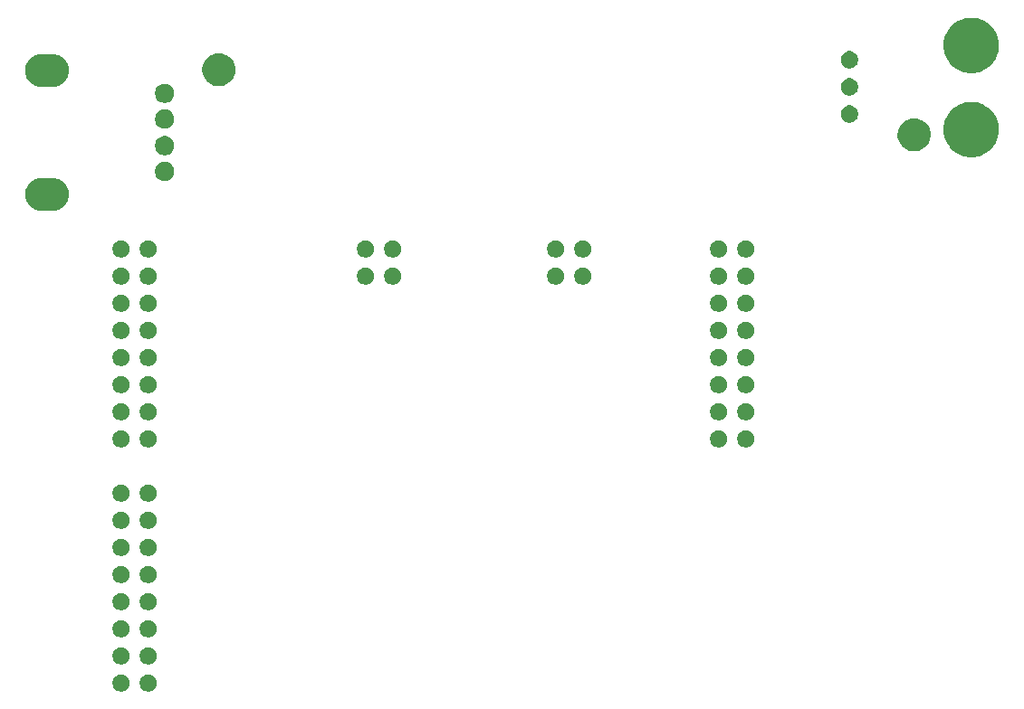
<source format=gbr>
G04 #@! TF.GenerationSoftware,KiCad,Pcbnew,(5.0.2)-1*
G04 #@! TF.CreationDate,2020-01-11T13:29:28-06:00*
G04 #@! TF.ProjectId,TM4C129 Breakout Tester,544d3443-3132-4392-9042-7265616b6f75,rev?*
G04 #@! TF.SameCoordinates,Original*
G04 #@! TF.FileFunction,Soldermask,Bot*
G04 #@! TF.FilePolarity,Negative*
%FSLAX46Y46*%
G04 Gerber Fmt 4.6, Leading zero omitted, Abs format (unit mm)*
G04 Created by KiCad (PCBNEW (5.0.2)-1) date 1/11/2020 1:29:28 PM*
%MOMM*%
%LPD*%
G01*
G04 APERTURE LIST*
%ADD10C,0.100000*%
G04 APERTURE END LIST*
D10*
G36*
X87105142Y-115042242D02*
X87253102Y-115103530D01*
X87386258Y-115192502D01*
X87499498Y-115305742D01*
X87588470Y-115438898D01*
X87649758Y-115586858D01*
X87681000Y-115743925D01*
X87681000Y-115904075D01*
X87649758Y-116061142D01*
X87588470Y-116209102D01*
X87499498Y-116342258D01*
X87386258Y-116455498D01*
X87253102Y-116544470D01*
X87105142Y-116605758D01*
X86948075Y-116637000D01*
X86787925Y-116637000D01*
X86630858Y-116605758D01*
X86482898Y-116544470D01*
X86349742Y-116455498D01*
X86236502Y-116342258D01*
X86147530Y-116209102D01*
X86086242Y-116061142D01*
X86055000Y-115904075D01*
X86055000Y-115743925D01*
X86086242Y-115586858D01*
X86147530Y-115438898D01*
X86236502Y-115305742D01*
X86349742Y-115192502D01*
X86482898Y-115103530D01*
X86630858Y-115042242D01*
X86787925Y-115011000D01*
X86948075Y-115011000D01*
X87105142Y-115042242D01*
X87105142Y-115042242D01*
G37*
G36*
X84565142Y-115042242D02*
X84713102Y-115103530D01*
X84846258Y-115192502D01*
X84959498Y-115305742D01*
X85048470Y-115438898D01*
X85109758Y-115586858D01*
X85141000Y-115743925D01*
X85141000Y-115904075D01*
X85109758Y-116061142D01*
X85048470Y-116209102D01*
X84959498Y-116342258D01*
X84846258Y-116455498D01*
X84713102Y-116544470D01*
X84565142Y-116605758D01*
X84408075Y-116637000D01*
X84247925Y-116637000D01*
X84090858Y-116605758D01*
X83942898Y-116544470D01*
X83809742Y-116455498D01*
X83696502Y-116342258D01*
X83607530Y-116209102D01*
X83546242Y-116061142D01*
X83515000Y-115904075D01*
X83515000Y-115743925D01*
X83546242Y-115586858D01*
X83607530Y-115438898D01*
X83696502Y-115305742D01*
X83809742Y-115192502D01*
X83942898Y-115103530D01*
X84090858Y-115042242D01*
X84247925Y-115011000D01*
X84408075Y-115011000D01*
X84565142Y-115042242D01*
X84565142Y-115042242D01*
G37*
G36*
X87105142Y-112502242D02*
X87253102Y-112563530D01*
X87386258Y-112652502D01*
X87499498Y-112765742D01*
X87588470Y-112898898D01*
X87649758Y-113046858D01*
X87681000Y-113203925D01*
X87681000Y-113364075D01*
X87649758Y-113521142D01*
X87588470Y-113669102D01*
X87499498Y-113802258D01*
X87386258Y-113915498D01*
X87253102Y-114004470D01*
X87105142Y-114065758D01*
X86948075Y-114097000D01*
X86787925Y-114097000D01*
X86630858Y-114065758D01*
X86482898Y-114004470D01*
X86349742Y-113915498D01*
X86236502Y-113802258D01*
X86147530Y-113669102D01*
X86086242Y-113521142D01*
X86055000Y-113364075D01*
X86055000Y-113203925D01*
X86086242Y-113046858D01*
X86147530Y-112898898D01*
X86236502Y-112765742D01*
X86349742Y-112652502D01*
X86482898Y-112563530D01*
X86630858Y-112502242D01*
X86787925Y-112471000D01*
X86948075Y-112471000D01*
X87105142Y-112502242D01*
X87105142Y-112502242D01*
G37*
G36*
X84565142Y-112502242D02*
X84713102Y-112563530D01*
X84846258Y-112652502D01*
X84959498Y-112765742D01*
X85048470Y-112898898D01*
X85109758Y-113046858D01*
X85141000Y-113203925D01*
X85141000Y-113364075D01*
X85109758Y-113521142D01*
X85048470Y-113669102D01*
X84959498Y-113802258D01*
X84846258Y-113915498D01*
X84713102Y-114004470D01*
X84565142Y-114065758D01*
X84408075Y-114097000D01*
X84247925Y-114097000D01*
X84090858Y-114065758D01*
X83942898Y-114004470D01*
X83809742Y-113915498D01*
X83696502Y-113802258D01*
X83607530Y-113669102D01*
X83546242Y-113521142D01*
X83515000Y-113364075D01*
X83515000Y-113203925D01*
X83546242Y-113046858D01*
X83607530Y-112898898D01*
X83696502Y-112765742D01*
X83809742Y-112652502D01*
X83942898Y-112563530D01*
X84090858Y-112502242D01*
X84247925Y-112471000D01*
X84408075Y-112471000D01*
X84565142Y-112502242D01*
X84565142Y-112502242D01*
G37*
G36*
X84565142Y-109962242D02*
X84713102Y-110023530D01*
X84846258Y-110112502D01*
X84959498Y-110225742D01*
X85048470Y-110358898D01*
X85109758Y-110506858D01*
X85141000Y-110663925D01*
X85141000Y-110824075D01*
X85109758Y-110981142D01*
X85048470Y-111129102D01*
X84959498Y-111262258D01*
X84846258Y-111375498D01*
X84713102Y-111464470D01*
X84565142Y-111525758D01*
X84408075Y-111557000D01*
X84247925Y-111557000D01*
X84090858Y-111525758D01*
X83942898Y-111464470D01*
X83809742Y-111375498D01*
X83696502Y-111262258D01*
X83607530Y-111129102D01*
X83546242Y-110981142D01*
X83515000Y-110824075D01*
X83515000Y-110663925D01*
X83546242Y-110506858D01*
X83607530Y-110358898D01*
X83696502Y-110225742D01*
X83809742Y-110112502D01*
X83942898Y-110023530D01*
X84090858Y-109962242D01*
X84247925Y-109931000D01*
X84408075Y-109931000D01*
X84565142Y-109962242D01*
X84565142Y-109962242D01*
G37*
G36*
X87105142Y-109962242D02*
X87253102Y-110023530D01*
X87386258Y-110112502D01*
X87499498Y-110225742D01*
X87588470Y-110358898D01*
X87649758Y-110506858D01*
X87681000Y-110663925D01*
X87681000Y-110824075D01*
X87649758Y-110981142D01*
X87588470Y-111129102D01*
X87499498Y-111262258D01*
X87386258Y-111375498D01*
X87253102Y-111464470D01*
X87105142Y-111525758D01*
X86948075Y-111557000D01*
X86787925Y-111557000D01*
X86630858Y-111525758D01*
X86482898Y-111464470D01*
X86349742Y-111375498D01*
X86236502Y-111262258D01*
X86147530Y-111129102D01*
X86086242Y-110981142D01*
X86055000Y-110824075D01*
X86055000Y-110663925D01*
X86086242Y-110506858D01*
X86147530Y-110358898D01*
X86236502Y-110225742D01*
X86349742Y-110112502D01*
X86482898Y-110023530D01*
X86630858Y-109962242D01*
X86787925Y-109931000D01*
X86948075Y-109931000D01*
X87105142Y-109962242D01*
X87105142Y-109962242D01*
G37*
G36*
X84565142Y-107422242D02*
X84713102Y-107483530D01*
X84846258Y-107572502D01*
X84959498Y-107685742D01*
X85048470Y-107818898D01*
X85109758Y-107966858D01*
X85141000Y-108123925D01*
X85141000Y-108284075D01*
X85109758Y-108441142D01*
X85048470Y-108589102D01*
X84959498Y-108722258D01*
X84846258Y-108835498D01*
X84713102Y-108924470D01*
X84565142Y-108985758D01*
X84408075Y-109017000D01*
X84247925Y-109017000D01*
X84090858Y-108985758D01*
X83942898Y-108924470D01*
X83809742Y-108835498D01*
X83696502Y-108722258D01*
X83607530Y-108589102D01*
X83546242Y-108441142D01*
X83515000Y-108284075D01*
X83515000Y-108123925D01*
X83546242Y-107966858D01*
X83607530Y-107818898D01*
X83696502Y-107685742D01*
X83809742Y-107572502D01*
X83942898Y-107483530D01*
X84090858Y-107422242D01*
X84247925Y-107391000D01*
X84408075Y-107391000D01*
X84565142Y-107422242D01*
X84565142Y-107422242D01*
G37*
G36*
X87105142Y-107422242D02*
X87253102Y-107483530D01*
X87386258Y-107572502D01*
X87499498Y-107685742D01*
X87588470Y-107818898D01*
X87649758Y-107966858D01*
X87681000Y-108123925D01*
X87681000Y-108284075D01*
X87649758Y-108441142D01*
X87588470Y-108589102D01*
X87499498Y-108722258D01*
X87386258Y-108835498D01*
X87253102Y-108924470D01*
X87105142Y-108985758D01*
X86948075Y-109017000D01*
X86787925Y-109017000D01*
X86630858Y-108985758D01*
X86482898Y-108924470D01*
X86349742Y-108835498D01*
X86236502Y-108722258D01*
X86147530Y-108589102D01*
X86086242Y-108441142D01*
X86055000Y-108284075D01*
X86055000Y-108123925D01*
X86086242Y-107966858D01*
X86147530Y-107818898D01*
X86236502Y-107685742D01*
X86349742Y-107572502D01*
X86482898Y-107483530D01*
X86630858Y-107422242D01*
X86787925Y-107391000D01*
X86948075Y-107391000D01*
X87105142Y-107422242D01*
X87105142Y-107422242D01*
G37*
G36*
X84565142Y-104882242D02*
X84713102Y-104943530D01*
X84846258Y-105032502D01*
X84959498Y-105145742D01*
X85048470Y-105278898D01*
X85109758Y-105426858D01*
X85141000Y-105583925D01*
X85141000Y-105744075D01*
X85109758Y-105901142D01*
X85048470Y-106049102D01*
X84959498Y-106182258D01*
X84846258Y-106295498D01*
X84713102Y-106384470D01*
X84565142Y-106445758D01*
X84408075Y-106477000D01*
X84247925Y-106477000D01*
X84090858Y-106445758D01*
X83942898Y-106384470D01*
X83809742Y-106295498D01*
X83696502Y-106182258D01*
X83607530Y-106049102D01*
X83546242Y-105901142D01*
X83515000Y-105744075D01*
X83515000Y-105583925D01*
X83546242Y-105426858D01*
X83607530Y-105278898D01*
X83696502Y-105145742D01*
X83809742Y-105032502D01*
X83942898Y-104943530D01*
X84090858Y-104882242D01*
X84247925Y-104851000D01*
X84408075Y-104851000D01*
X84565142Y-104882242D01*
X84565142Y-104882242D01*
G37*
G36*
X87105142Y-104882242D02*
X87253102Y-104943530D01*
X87386258Y-105032502D01*
X87499498Y-105145742D01*
X87588470Y-105278898D01*
X87649758Y-105426858D01*
X87681000Y-105583925D01*
X87681000Y-105744075D01*
X87649758Y-105901142D01*
X87588470Y-106049102D01*
X87499498Y-106182258D01*
X87386258Y-106295498D01*
X87253102Y-106384470D01*
X87105142Y-106445758D01*
X86948075Y-106477000D01*
X86787925Y-106477000D01*
X86630858Y-106445758D01*
X86482898Y-106384470D01*
X86349742Y-106295498D01*
X86236502Y-106182258D01*
X86147530Y-106049102D01*
X86086242Y-105901142D01*
X86055000Y-105744075D01*
X86055000Y-105583925D01*
X86086242Y-105426858D01*
X86147530Y-105278898D01*
X86236502Y-105145742D01*
X86349742Y-105032502D01*
X86482898Y-104943530D01*
X86630858Y-104882242D01*
X86787925Y-104851000D01*
X86948075Y-104851000D01*
X87105142Y-104882242D01*
X87105142Y-104882242D01*
G37*
G36*
X84565142Y-102342242D02*
X84713102Y-102403530D01*
X84846258Y-102492502D01*
X84959498Y-102605742D01*
X85048470Y-102738898D01*
X85109758Y-102886858D01*
X85141000Y-103043925D01*
X85141000Y-103204075D01*
X85109758Y-103361142D01*
X85048470Y-103509102D01*
X84959498Y-103642258D01*
X84846258Y-103755498D01*
X84713102Y-103844470D01*
X84565142Y-103905758D01*
X84408075Y-103937000D01*
X84247925Y-103937000D01*
X84090858Y-103905758D01*
X83942898Y-103844470D01*
X83809742Y-103755498D01*
X83696502Y-103642258D01*
X83607530Y-103509102D01*
X83546242Y-103361142D01*
X83515000Y-103204075D01*
X83515000Y-103043925D01*
X83546242Y-102886858D01*
X83607530Y-102738898D01*
X83696502Y-102605742D01*
X83809742Y-102492502D01*
X83942898Y-102403530D01*
X84090858Y-102342242D01*
X84247925Y-102311000D01*
X84408075Y-102311000D01*
X84565142Y-102342242D01*
X84565142Y-102342242D01*
G37*
G36*
X87105142Y-102342242D02*
X87253102Y-102403530D01*
X87386258Y-102492502D01*
X87499498Y-102605742D01*
X87588470Y-102738898D01*
X87649758Y-102886858D01*
X87681000Y-103043925D01*
X87681000Y-103204075D01*
X87649758Y-103361142D01*
X87588470Y-103509102D01*
X87499498Y-103642258D01*
X87386258Y-103755498D01*
X87253102Y-103844470D01*
X87105142Y-103905758D01*
X86948075Y-103937000D01*
X86787925Y-103937000D01*
X86630858Y-103905758D01*
X86482898Y-103844470D01*
X86349742Y-103755498D01*
X86236502Y-103642258D01*
X86147530Y-103509102D01*
X86086242Y-103361142D01*
X86055000Y-103204075D01*
X86055000Y-103043925D01*
X86086242Y-102886858D01*
X86147530Y-102738898D01*
X86236502Y-102605742D01*
X86349742Y-102492502D01*
X86482898Y-102403530D01*
X86630858Y-102342242D01*
X86787925Y-102311000D01*
X86948075Y-102311000D01*
X87105142Y-102342242D01*
X87105142Y-102342242D01*
G37*
G36*
X87105142Y-99802242D02*
X87253102Y-99863530D01*
X87386258Y-99952502D01*
X87499498Y-100065742D01*
X87588470Y-100198898D01*
X87649758Y-100346858D01*
X87681000Y-100503925D01*
X87681000Y-100664075D01*
X87649758Y-100821142D01*
X87588470Y-100969102D01*
X87499498Y-101102258D01*
X87386258Y-101215498D01*
X87253102Y-101304470D01*
X87105142Y-101365758D01*
X86948075Y-101397000D01*
X86787925Y-101397000D01*
X86630858Y-101365758D01*
X86482898Y-101304470D01*
X86349742Y-101215498D01*
X86236502Y-101102258D01*
X86147530Y-100969102D01*
X86086242Y-100821142D01*
X86055000Y-100664075D01*
X86055000Y-100503925D01*
X86086242Y-100346858D01*
X86147530Y-100198898D01*
X86236502Y-100065742D01*
X86349742Y-99952502D01*
X86482898Y-99863530D01*
X86630858Y-99802242D01*
X86787925Y-99771000D01*
X86948075Y-99771000D01*
X87105142Y-99802242D01*
X87105142Y-99802242D01*
G37*
G36*
X84565142Y-99802242D02*
X84713102Y-99863530D01*
X84846258Y-99952502D01*
X84959498Y-100065742D01*
X85048470Y-100198898D01*
X85109758Y-100346858D01*
X85141000Y-100503925D01*
X85141000Y-100664075D01*
X85109758Y-100821142D01*
X85048470Y-100969102D01*
X84959498Y-101102258D01*
X84846258Y-101215498D01*
X84713102Y-101304470D01*
X84565142Y-101365758D01*
X84408075Y-101397000D01*
X84247925Y-101397000D01*
X84090858Y-101365758D01*
X83942898Y-101304470D01*
X83809742Y-101215498D01*
X83696502Y-101102258D01*
X83607530Y-100969102D01*
X83546242Y-100821142D01*
X83515000Y-100664075D01*
X83515000Y-100503925D01*
X83546242Y-100346858D01*
X83607530Y-100198898D01*
X83696502Y-100065742D01*
X83809742Y-99952502D01*
X83942898Y-99863530D01*
X84090858Y-99802242D01*
X84247925Y-99771000D01*
X84408075Y-99771000D01*
X84565142Y-99802242D01*
X84565142Y-99802242D01*
G37*
G36*
X87105142Y-97262242D02*
X87253102Y-97323530D01*
X87386258Y-97412502D01*
X87499498Y-97525742D01*
X87588470Y-97658898D01*
X87649758Y-97806858D01*
X87681000Y-97963925D01*
X87681000Y-98124075D01*
X87649758Y-98281142D01*
X87588470Y-98429102D01*
X87499498Y-98562258D01*
X87386258Y-98675498D01*
X87253102Y-98764470D01*
X87105142Y-98825758D01*
X86948075Y-98857000D01*
X86787925Y-98857000D01*
X86630858Y-98825758D01*
X86482898Y-98764470D01*
X86349742Y-98675498D01*
X86236502Y-98562258D01*
X86147530Y-98429102D01*
X86086242Y-98281142D01*
X86055000Y-98124075D01*
X86055000Y-97963925D01*
X86086242Y-97806858D01*
X86147530Y-97658898D01*
X86236502Y-97525742D01*
X86349742Y-97412502D01*
X86482898Y-97323530D01*
X86630858Y-97262242D01*
X86787925Y-97231000D01*
X86948075Y-97231000D01*
X87105142Y-97262242D01*
X87105142Y-97262242D01*
G37*
G36*
X84565142Y-97262242D02*
X84713102Y-97323530D01*
X84846258Y-97412502D01*
X84959498Y-97525742D01*
X85048470Y-97658898D01*
X85109758Y-97806858D01*
X85141000Y-97963925D01*
X85141000Y-98124075D01*
X85109758Y-98281142D01*
X85048470Y-98429102D01*
X84959498Y-98562258D01*
X84846258Y-98675498D01*
X84713102Y-98764470D01*
X84565142Y-98825758D01*
X84408075Y-98857000D01*
X84247925Y-98857000D01*
X84090858Y-98825758D01*
X83942898Y-98764470D01*
X83809742Y-98675498D01*
X83696502Y-98562258D01*
X83607530Y-98429102D01*
X83546242Y-98281142D01*
X83515000Y-98124075D01*
X83515000Y-97963925D01*
X83546242Y-97806858D01*
X83607530Y-97658898D01*
X83696502Y-97525742D01*
X83809742Y-97412502D01*
X83942898Y-97323530D01*
X84090858Y-97262242D01*
X84247925Y-97231000D01*
X84408075Y-97231000D01*
X84565142Y-97262242D01*
X84565142Y-97262242D01*
G37*
G36*
X87105142Y-92182242D02*
X87253102Y-92243530D01*
X87386258Y-92332502D01*
X87499498Y-92445742D01*
X87588470Y-92578898D01*
X87649758Y-92726858D01*
X87681000Y-92883925D01*
X87681000Y-93044075D01*
X87649758Y-93201142D01*
X87588470Y-93349102D01*
X87499498Y-93482258D01*
X87386258Y-93595498D01*
X87253102Y-93684470D01*
X87105142Y-93745758D01*
X86948075Y-93777000D01*
X86787925Y-93777000D01*
X86630858Y-93745758D01*
X86482898Y-93684470D01*
X86349742Y-93595498D01*
X86236502Y-93482258D01*
X86147530Y-93349102D01*
X86086242Y-93201142D01*
X86055000Y-93044075D01*
X86055000Y-92883925D01*
X86086242Y-92726858D01*
X86147530Y-92578898D01*
X86236502Y-92445742D01*
X86349742Y-92332502D01*
X86482898Y-92243530D01*
X86630858Y-92182242D01*
X86787925Y-92151000D01*
X86948075Y-92151000D01*
X87105142Y-92182242D01*
X87105142Y-92182242D01*
G37*
G36*
X84565142Y-92182242D02*
X84713102Y-92243530D01*
X84846258Y-92332502D01*
X84959498Y-92445742D01*
X85048470Y-92578898D01*
X85109758Y-92726858D01*
X85141000Y-92883925D01*
X85141000Y-93044075D01*
X85109758Y-93201142D01*
X85048470Y-93349102D01*
X84959498Y-93482258D01*
X84846258Y-93595498D01*
X84713102Y-93684470D01*
X84565142Y-93745758D01*
X84408075Y-93777000D01*
X84247925Y-93777000D01*
X84090858Y-93745758D01*
X83942898Y-93684470D01*
X83809742Y-93595498D01*
X83696502Y-93482258D01*
X83607530Y-93349102D01*
X83546242Y-93201142D01*
X83515000Y-93044075D01*
X83515000Y-92883925D01*
X83546242Y-92726858D01*
X83607530Y-92578898D01*
X83696502Y-92445742D01*
X83809742Y-92332502D01*
X83942898Y-92243530D01*
X84090858Y-92182242D01*
X84247925Y-92151000D01*
X84408075Y-92151000D01*
X84565142Y-92182242D01*
X84565142Y-92182242D01*
G37*
G36*
X142985142Y-92182242D02*
X143133102Y-92243530D01*
X143266258Y-92332502D01*
X143379498Y-92445742D01*
X143468470Y-92578898D01*
X143529758Y-92726858D01*
X143561000Y-92883925D01*
X143561000Y-93044075D01*
X143529758Y-93201142D01*
X143468470Y-93349102D01*
X143379498Y-93482258D01*
X143266258Y-93595498D01*
X143133102Y-93684470D01*
X142985142Y-93745758D01*
X142828075Y-93777000D01*
X142667925Y-93777000D01*
X142510858Y-93745758D01*
X142362898Y-93684470D01*
X142229742Y-93595498D01*
X142116502Y-93482258D01*
X142027530Y-93349102D01*
X141966242Y-93201142D01*
X141935000Y-93044075D01*
X141935000Y-92883925D01*
X141966242Y-92726858D01*
X142027530Y-92578898D01*
X142116502Y-92445742D01*
X142229742Y-92332502D01*
X142362898Y-92243530D01*
X142510858Y-92182242D01*
X142667925Y-92151000D01*
X142828075Y-92151000D01*
X142985142Y-92182242D01*
X142985142Y-92182242D01*
G37*
G36*
X140445142Y-92182242D02*
X140593102Y-92243530D01*
X140726258Y-92332502D01*
X140839498Y-92445742D01*
X140928470Y-92578898D01*
X140989758Y-92726858D01*
X141021000Y-92883925D01*
X141021000Y-93044075D01*
X140989758Y-93201142D01*
X140928470Y-93349102D01*
X140839498Y-93482258D01*
X140726258Y-93595498D01*
X140593102Y-93684470D01*
X140445142Y-93745758D01*
X140288075Y-93777000D01*
X140127925Y-93777000D01*
X139970858Y-93745758D01*
X139822898Y-93684470D01*
X139689742Y-93595498D01*
X139576502Y-93482258D01*
X139487530Y-93349102D01*
X139426242Y-93201142D01*
X139395000Y-93044075D01*
X139395000Y-92883925D01*
X139426242Y-92726858D01*
X139487530Y-92578898D01*
X139576502Y-92445742D01*
X139689742Y-92332502D01*
X139822898Y-92243530D01*
X139970858Y-92182242D01*
X140127925Y-92151000D01*
X140288075Y-92151000D01*
X140445142Y-92182242D01*
X140445142Y-92182242D01*
G37*
G36*
X140445142Y-89642242D02*
X140593102Y-89703530D01*
X140726258Y-89792502D01*
X140839498Y-89905742D01*
X140928470Y-90038898D01*
X140989758Y-90186858D01*
X141021000Y-90343925D01*
X141021000Y-90504075D01*
X140989758Y-90661142D01*
X140928470Y-90809102D01*
X140839498Y-90942258D01*
X140726258Y-91055498D01*
X140593102Y-91144470D01*
X140445142Y-91205758D01*
X140288075Y-91237000D01*
X140127925Y-91237000D01*
X139970858Y-91205758D01*
X139822898Y-91144470D01*
X139689742Y-91055498D01*
X139576502Y-90942258D01*
X139487530Y-90809102D01*
X139426242Y-90661142D01*
X139395000Y-90504075D01*
X139395000Y-90343925D01*
X139426242Y-90186858D01*
X139487530Y-90038898D01*
X139576502Y-89905742D01*
X139689742Y-89792502D01*
X139822898Y-89703530D01*
X139970858Y-89642242D01*
X140127925Y-89611000D01*
X140288075Y-89611000D01*
X140445142Y-89642242D01*
X140445142Y-89642242D01*
G37*
G36*
X84565142Y-89642242D02*
X84713102Y-89703530D01*
X84846258Y-89792502D01*
X84959498Y-89905742D01*
X85048470Y-90038898D01*
X85109758Y-90186858D01*
X85141000Y-90343925D01*
X85141000Y-90504075D01*
X85109758Y-90661142D01*
X85048470Y-90809102D01*
X84959498Y-90942258D01*
X84846258Y-91055498D01*
X84713102Y-91144470D01*
X84565142Y-91205758D01*
X84408075Y-91237000D01*
X84247925Y-91237000D01*
X84090858Y-91205758D01*
X83942898Y-91144470D01*
X83809742Y-91055498D01*
X83696502Y-90942258D01*
X83607530Y-90809102D01*
X83546242Y-90661142D01*
X83515000Y-90504075D01*
X83515000Y-90343925D01*
X83546242Y-90186858D01*
X83607530Y-90038898D01*
X83696502Y-89905742D01*
X83809742Y-89792502D01*
X83942898Y-89703530D01*
X84090858Y-89642242D01*
X84247925Y-89611000D01*
X84408075Y-89611000D01*
X84565142Y-89642242D01*
X84565142Y-89642242D01*
G37*
G36*
X87105142Y-89642242D02*
X87253102Y-89703530D01*
X87386258Y-89792502D01*
X87499498Y-89905742D01*
X87588470Y-90038898D01*
X87649758Y-90186858D01*
X87681000Y-90343925D01*
X87681000Y-90504075D01*
X87649758Y-90661142D01*
X87588470Y-90809102D01*
X87499498Y-90942258D01*
X87386258Y-91055498D01*
X87253102Y-91144470D01*
X87105142Y-91205758D01*
X86948075Y-91237000D01*
X86787925Y-91237000D01*
X86630858Y-91205758D01*
X86482898Y-91144470D01*
X86349742Y-91055498D01*
X86236502Y-90942258D01*
X86147530Y-90809102D01*
X86086242Y-90661142D01*
X86055000Y-90504075D01*
X86055000Y-90343925D01*
X86086242Y-90186858D01*
X86147530Y-90038898D01*
X86236502Y-89905742D01*
X86349742Y-89792502D01*
X86482898Y-89703530D01*
X86630858Y-89642242D01*
X86787925Y-89611000D01*
X86948075Y-89611000D01*
X87105142Y-89642242D01*
X87105142Y-89642242D01*
G37*
G36*
X142985142Y-89642242D02*
X143133102Y-89703530D01*
X143266258Y-89792502D01*
X143379498Y-89905742D01*
X143468470Y-90038898D01*
X143529758Y-90186858D01*
X143561000Y-90343925D01*
X143561000Y-90504075D01*
X143529758Y-90661142D01*
X143468470Y-90809102D01*
X143379498Y-90942258D01*
X143266258Y-91055498D01*
X143133102Y-91144470D01*
X142985142Y-91205758D01*
X142828075Y-91237000D01*
X142667925Y-91237000D01*
X142510858Y-91205758D01*
X142362898Y-91144470D01*
X142229742Y-91055498D01*
X142116502Y-90942258D01*
X142027530Y-90809102D01*
X141966242Y-90661142D01*
X141935000Y-90504075D01*
X141935000Y-90343925D01*
X141966242Y-90186858D01*
X142027530Y-90038898D01*
X142116502Y-89905742D01*
X142229742Y-89792502D01*
X142362898Y-89703530D01*
X142510858Y-89642242D01*
X142667925Y-89611000D01*
X142828075Y-89611000D01*
X142985142Y-89642242D01*
X142985142Y-89642242D01*
G37*
G36*
X84565142Y-87102242D02*
X84713102Y-87163530D01*
X84846258Y-87252502D01*
X84959498Y-87365742D01*
X85048470Y-87498898D01*
X85109758Y-87646858D01*
X85141000Y-87803925D01*
X85141000Y-87964075D01*
X85109758Y-88121142D01*
X85048470Y-88269102D01*
X84959498Y-88402258D01*
X84846258Y-88515498D01*
X84713102Y-88604470D01*
X84565142Y-88665758D01*
X84408075Y-88697000D01*
X84247925Y-88697000D01*
X84090858Y-88665758D01*
X83942898Y-88604470D01*
X83809742Y-88515498D01*
X83696502Y-88402258D01*
X83607530Y-88269102D01*
X83546242Y-88121142D01*
X83515000Y-87964075D01*
X83515000Y-87803925D01*
X83546242Y-87646858D01*
X83607530Y-87498898D01*
X83696502Y-87365742D01*
X83809742Y-87252502D01*
X83942898Y-87163530D01*
X84090858Y-87102242D01*
X84247925Y-87071000D01*
X84408075Y-87071000D01*
X84565142Y-87102242D01*
X84565142Y-87102242D01*
G37*
G36*
X142985142Y-87102242D02*
X143133102Y-87163530D01*
X143266258Y-87252502D01*
X143379498Y-87365742D01*
X143468470Y-87498898D01*
X143529758Y-87646858D01*
X143561000Y-87803925D01*
X143561000Y-87964075D01*
X143529758Y-88121142D01*
X143468470Y-88269102D01*
X143379498Y-88402258D01*
X143266258Y-88515498D01*
X143133102Y-88604470D01*
X142985142Y-88665758D01*
X142828075Y-88697000D01*
X142667925Y-88697000D01*
X142510858Y-88665758D01*
X142362898Y-88604470D01*
X142229742Y-88515498D01*
X142116502Y-88402258D01*
X142027530Y-88269102D01*
X141966242Y-88121142D01*
X141935000Y-87964075D01*
X141935000Y-87803925D01*
X141966242Y-87646858D01*
X142027530Y-87498898D01*
X142116502Y-87365742D01*
X142229742Y-87252502D01*
X142362898Y-87163530D01*
X142510858Y-87102242D01*
X142667925Y-87071000D01*
X142828075Y-87071000D01*
X142985142Y-87102242D01*
X142985142Y-87102242D01*
G37*
G36*
X140445142Y-87102242D02*
X140593102Y-87163530D01*
X140726258Y-87252502D01*
X140839498Y-87365742D01*
X140928470Y-87498898D01*
X140989758Y-87646858D01*
X141021000Y-87803925D01*
X141021000Y-87964075D01*
X140989758Y-88121142D01*
X140928470Y-88269102D01*
X140839498Y-88402258D01*
X140726258Y-88515498D01*
X140593102Y-88604470D01*
X140445142Y-88665758D01*
X140288075Y-88697000D01*
X140127925Y-88697000D01*
X139970858Y-88665758D01*
X139822898Y-88604470D01*
X139689742Y-88515498D01*
X139576502Y-88402258D01*
X139487530Y-88269102D01*
X139426242Y-88121142D01*
X139395000Y-87964075D01*
X139395000Y-87803925D01*
X139426242Y-87646858D01*
X139487530Y-87498898D01*
X139576502Y-87365742D01*
X139689742Y-87252502D01*
X139822898Y-87163530D01*
X139970858Y-87102242D01*
X140127925Y-87071000D01*
X140288075Y-87071000D01*
X140445142Y-87102242D01*
X140445142Y-87102242D01*
G37*
G36*
X87105142Y-87102242D02*
X87253102Y-87163530D01*
X87386258Y-87252502D01*
X87499498Y-87365742D01*
X87588470Y-87498898D01*
X87649758Y-87646858D01*
X87681000Y-87803925D01*
X87681000Y-87964075D01*
X87649758Y-88121142D01*
X87588470Y-88269102D01*
X87499498Y-88402258D01*
X87386258Y-88515498D01*
X87253102Y-88604470D01*
X87105142Y-88665758D01*
X86948075Y-88697000D01*
X86787925Y-88697000D01*
X86630858Y-88665758D01*
X86482898Y-88604470D01*
X86349742Y-88515498D01*
X86236502Y-88402258D01*
X86147530Y-88269102D01*
X86086242Y-88121142D01*
X86055000Y-87964075D01*
X86055000Y-87803925D01*
X86086242Y-87646858D01*
X86147530Y-87498898D01*
X86236502Y-87365742D01*
X86349742Y-87252502D01*
X86482898Y-87163530D01*
X86630858Y-87102242D01*
X86787925Y-87071000D01*
X86948075Y-87071000D01*
X87105142Y-87102242D01*
X87105142Y-87102242D01*
G37*
G36*
X84565142Y-84562242D02*
X84713102Y-84623530D01*
X84846258Y-84712502D01*
X84959498Y-84825742D01*
X85048470Y-84958898D01*
X85109758Y-85106858D01*
X85141000Y-85263925D01*
X85141000Y-85424075D01*
X85109758Y-85581142D01*
X85048470Y-85729102D01*
X84959498Y-85862258D01*
X84846258Y-85975498D01*
X84713102Y-86064470D01*
X84565142Y-86125758D01*
X84408075Y-86157000D01*
X84247925Y-86157000D01*
X84090858Y-86125758D01*
X83942898Y-86064470D01*
X83809742Y-85975498D01*
X83696502Y-85862258D01*
X83607530Y-85729102D01*
X83546242Y-85581142D01*
X83515000Y-85424075D01*
X83515000Y-85263925D01*
X83546242Y-85106858D01*
X83607530Y-84958898D01*
X83696502Y-84825742D01*
X83809742Y-84712502D01*
X83942898Y-84623530D01*
X84090858Y-84562242D01*
X84247925Y-84531000D01*
X84408075Y-84531000D01*
X84565142Y-84562242D01*
X84565142Y-84562242D01*
G37*
G36*
X142985142Y-84562242D02*
X143133102Y-84623530D01*
X143266258Y-84712502D01*
X143379498Y-84825742D01*
X143468470Y-84958898D01*
X143529758Y-85106858D01*
X143561000Y-85263925D01*
X143561000Y-85424075D01*
X143529758Y-85581142D01*
X143468470Y-85729102D01*
X143379498Y-85862258D01*
X143266258Y-85975498D01*
X143133102Y-86064470D01*
X142985142Y-86125758D01*
X142828075Y-86157000D01*
X142667925Y-86157000D01*
X142510858Y-86125758D01*
X142362898Y-86064470D01*
X142229742Y-85975498D01*
X142116502Y-85862258D01*
X142027530Y-85729102D01*
X141966242Y-85581142D01*
X141935000Y-85424075D01*
X141935000Y-85263925D01*
X141966242Y-85106858D01*
X142027530Y-84958898D01*
X142116502Y-84825742D01*
X142229742Y-84712502D01*
X142362898Y-84623530D01*
X142510858Y-84562242D01*
X142667925Y-84531000D01*
X142828075Y-84531000D01*
X142985142Y-84562242D01*
X142985142Y-84562242D01*
G37*
G36*
X140445142Y-84562242D02*
X140593102Y-84623530D01*
X140726258Y-84712502D01*
X140839498Y-84825742D01*
X140928470Y-84958898D01*
X140989758Y-85106858D01*
X141021000Y-85263925D01*
X141021000Y-85424075D01*
X140989758Y-85581142D01*
X140928470Y-85729102D01*
X140839498Y-85862258D01*
X140726258Y-85975498D01*
X140593102Y-86064470D01*
X140445142Y-86125758D01*
X140288075Y-86157000D01*
X140127925Y-86157000D01*
X139970858Y-86125758D01*
X139822898Y-86064470D01*
X139689742Y-85975498D01*
X139576502Y-85862258D01*
X139487530Y-85729102D01*
X139426242Y-85581142D01*
X139395000Y-85424075D01*
X139395000Y-85263925D01*
X139426242Y-85106858D01*
X139487530Y-84958898D01*
X139576502Y-84825742D01*
X139689742Y-84712502D01*
X139822898Y-84623530D01*
X139970858Y-84562242D01*
X140127925Y-84531000D01*
X140288075Y-84531000D01*
X140445142Y-84562242D01*
X140445142Y-84562242D01*
G37*
G36*
X87105142Y-84562242D02*
X87253102Y-84623530D01*
X87386258Y-84712502D01*
X87499498Y-84825742D01*
X87588470Y-84958898D01*
X87649758Y-85106858D01*
X87681000Y-85263925D01*
X87681000Y-85424075D01*
X87649758Y-85581142D01*
X87588470Y-85729102D01*
X87499498Y-85862258D01*
X87386258Y-85975498D01*
X87253102Y-86064470D01*
X87105142Y-86125758D01*
X86948075Y-86157000D01*
X86787925Y-86157000D01*
X86630858Y-86125758D01*
X86482898Y-86064470D01*
X86349742Y-85975498D01*
X86236502Y-85862258D01*
X86147530Y-85729102D01*
X86086242Y-85581142D01*
X86055000Y-85424075D01*
X86055000Y-85263925D01*
X86086242Y-85106858D01*
X86147530Y-84958898D01*
X86236502Y-84825742D01*
X86349742Y-84712502D01*
X86482898Y-84623530D01*
X86630858Y-84562242D01*
X86787925Y-84531000D01*
X86948075Y-84531000D01*
X87105142Y-84562242D01*
X87105142Y-84562242D01*
G37*
G36*
X84565142Y-82022242D02*
X84713102Y-82083530D01*
X84846258Y-82172502D01*
X84959498Y-82285742D01*
X85048470Y-82418898D01*
X85109758Y-82566858D01*
X85141000Y-82723925D01*
X85141000Y-82884075D01*
X85109758Y-83041142D01*
X85048470Y-83189102D01*
X84959498Y-83322258D01*
X84846258Y-83435498D01*
X84713102Y-83524470D01*
X84565142Y-83585758D01*
X84408075Y-83617000D01*
X84247925Y-83617000D01*
X84090858Y-83585758D01*
X83942898Y-83524470D01*
X83809742Y-83435498D01*
X83696502Y-83322258D01*
X83607530Y-83189102D01*
X83546242Y-83041142D01*
X83515000Y-82884075D01*
X83515000Y-82723925D01*
X83546242Y-82566858D01*
X83607530Y-82418898D01*
X83696502Y-82285742D01*
X83809742Y-82172502D01*
X83942898Y-82083530D01*
X84090858Y-82022242D01*
X84247925Y-81991000D01*
X84408075Y-81991000D01*
X84565142Y-82022242D01*
X84565142Y-82022242D01*
G37*
G36*
X87105142Y-82022242D02*
X87253102Y-82083530D01*
X87386258Y-82172502D01*
X87499498Y-82285742D01*
X87588470Y-82418898D01*
X87649758Y-82566858D01*
X87681000Y-82723925D01*
X87681000Y-82884075D01*
X87649758Y-83041142D01*
X87588470Y-83189102D01*
X87499498Y-83322258D01*
X87386258Y-83435498D01*
X87253102Y-83524470D01*
X87105142Y-83585758D01*
X86948075Y-83617000D01*
X86787925Y-83617000D01*
X86630858Y-83585758D01*
X86482898Y-83524470D01*
X86349742Y-83435498D01*
X86236502Y-83322258D01*
X86147530Y-83189102D01*
X86086242Y-83041142D01*
X86055000Y-82884075D01*
X86055000Y-82723925D01*
X86086242Y-82566858D01*
X86147530Y-82418898D01*
X86236502Y-82285742D01*
X86349742Y-82172502D01*
X86482898Y-82083530D01*
X86630858Y-82022242D01*
X86787925Y-81991000D01*
X86948075Y-81991000D01*
X87105142Y-82022242D01*
X87105142Y-82022242D01*
G37*
G36*
X140445142Y-82022242D02*
X140593102Y-82083530D01*
X140726258Y-82172502D01*
X140839498Y-82285742D01*
X140928470Y-82418898D01*
X140989758Y-82566858D01*
X141021000Y-82723925D01*
X141021000Y-82884075D01*
X140989758Y-83041142D01*
X140928470Y-83189102D01*
X140839498Y-83322258D01*
X140726258Y-83435498D01*
X140593102Y-83524470D01*
X140445142Y-83585758D01*
X140288075Y-83617000D01*
X140127925Y-83617000D01*
X139970858Y-83585758D01*
X139822898Y-83524470D01*
X139689742Y-83435498D01*
X139576502Y-83322258D01*
X139487530Y-83189102D01*
X139426242Y-83041142D01*
X139395000Y-82884075D01*
X139395000Y-82723925D01*
X139426242Y-82566858D01*
X139487530Y-82418898D01*
X139576502Y-82285742D01*
X139689742Y-82172502D01*
X139822898Y-82083530D01*
X139970858Y-82022242D01*
X140127925Y-81991000D01*
X140288075Y-81991000D01*
X140445142Y-82022242D01*
X140445142Y-82022242D01*
G37*
G36*
X142985142Y-82022242D02*
X143133102Y-82083530D01*
X143266258Y-82172502D01*
X143379498Y-82285742D01*
X143468470Y-82418898D01*
X143529758Y-82566858D01*
X143561000Y-82723925D01*
X143561000Y-82884075D01*
X143529758Y-83041142D01*
X143468470Y-83189102D01*
X143379498Y-83322258D01*
X143266258Y-83435498D01*
X143133102Y-83524470D01*
X142985142Y-83585758D01*
X142828075Y-83617000D01*
X142667925Y-83617000D01*
X142510858Y-83585758D01*
X142362898Y-83524470D01*
X142229742Y-83435498D01*
X142116502Y-83322258D01*
X142027530Y-83189102D01*
X141966242Y-83041142D01*
X141935000Y-82884075D01*
X141935000Y-82723925D01*
X141966242Y-82566858D01*
X142027530Y-82418898D01*
X142116502Y-82285742D01*
X142229742Y-82172502D01*
X142362898Y-82083530D01*
X142510858Y-82022242D01*
X142667925Y-81991000D01*
X142828075Y-81991000D01*
X142985142Y-82022242D01*
X142985142Y-82022242D01*
G37*
G36*
X142985142Y-79482242D02*
X143133102Y-79543530D01*
X143266258Y-79632502D01*
X143379498Y-79745742D01*
X143468470Y-79878898D01*
X143529758Y-80026858D01*
X143561000Y-80183925D01*
X143561000Y-80344075D01*
X143529758Y-80501142D01*
X143468470Y-80649102D01*
X143379498Y-80782258D01*
X143266258Y-80895498D01*
X143133102Y-80984470D01*
X142985142Y-81045758D01*
X142828075Y-81077000D01*
X142667925Y-81077000D01*
X142510858Y-81045758D01*
X142362898Y-80984470D01*
X142229742Y-80895498D01*
X142116502Y-80782258D01*
X142027530Y-80649102D01*
X141966242Y-80501142D01*
X141935000Y-80344075D01*
X141935000Y-80183925D01*
X141966242Y-80026858D01*
X142027530Y-79878898D01*
X142116502Y-79745742D01*
X142229742Y-79632502D01*
X142362898Y-79543530D01*
X142510858Y-79482242D01*
X142667925Y-79451000D01*
X142828075Y-79451000D01*
X142985142Y-79482242D01*
X142985142Y-79482242D01*
G37*
G36*
X140445142Y-79482242D02*
X140593102Y-79543530D01*
X140726258Y-79632502D01*
X140839498Y-79745742D01*
X140928470Y-79878898D01*
X140989758Y-80026858D01*
X141021000Y-80183925D01*
X141021000Y-80344075D01*
X140989758Y-80501142D01*
X140928470Y-80649102D01*
X140839498Y-80782258D01*
X140726258Y-80895498D01*
X140593102Y-80984470D01*
X140445142Y-81045758D01*
X140288075Y-81077000D01*
X140127925Y-81077000D01*
X139970858Y-81045758D01*
X139822898Y-80984470D01*
X139689742Y-80895498D01*
X139576502Y-80782258D01*
X139487530Y-80649102D01*
X139426242Y-80501142D01*
X139395000Y-80344075D01*
X139395000Y-80183925D01*
X139426242Y-80026858D01*
X139487530Y-79878898D01*
X139576502Y-79745742D01*
X139689742Y-79632502D01*
X139822898Y-79543530D01*
X139970858Y-79482242D01*
X140127925Y-79451000D01*
X140288075Y-79451000D01*
X140445142Y-79482242D01*
X140445142Y-79482242D01*
G37*
G36*
X87105142Y-79482242D02*
X87253102Y-79543530D01*
X87386258Y-79632502D01*
X87499498Y-79745742D01*
X87588470Y-79878898D01*
X87649758Y-80026858D01*
X87681000Y-80183925D01*
X87681000Y-80344075D01*
X87649758Y-80501142D01*
X87588470Y-80649102D01*
X87499498Y-80782258D01*
X87386258Y-80895498D01*
X87253102Y-80984470D01*
X87105142Y-81045758D01*
X86948075Y-81077000D01*
X86787925Y-81077000D01*
X86630858Y-81045758D01*
X86482898Y-80984470D01*
X86349742Y-80895498D01*
X86236502Y-80782258D01*
X86147530Y-80649102D01*
X86086242Y-80501142D01*
X86055000Y-80344075D01*
X86055000Y-80183925D01*
X86086242Y-80026858D01*
X86147530Y-79878898D01*
X86236502Y-79745742D01*
X86349742Y-79632502D01*
X86482898Y-79543530D01*
X86630858Y-79482242D01*
X86787925Y-79451000D01*
X86948075Y-79451000D01*
X87105142Y-79482242D01*
X87105142Y-79482242D01*
G37*
G36*
X84565142Y-79482242D02*
X84713102Y-79543530D01*
X84846258Y-79632502D01*
X84959498Y-79745742D01*
X85048470Y-79878898D01*
X85109758Y-80026858D01*
X85141000Y-80183925D01*
X85141000Y-80344075D01*
X85109758Y-80501142D01*
X85048470Y-80649102D01*
X84959498Y-80782258D01*
X84846258Y-80895498D01*
X84713102Y-80984470D01*
X84565142Y-81045758D01*
X84408075Y-81077000D01*
X84247925Y-81077000D01*
X84090858Y-81045758D01*
X83942898Y-80984470D01*
X83809742Y-80895498D01*
X83696502Y-80782258D01*
X83607530Y-80649102D01*
X83546242Y-80501142D01*
X83515000Y-80344075D01*
X83515000Y-80183925D01*
X83546242Y-80026858D01*
X83607530Y-79878898D01*
X83696502Y-79745742D01*
X83809742Y-79632502D01*
X83942898Y-79543530D01*
X84090858Y-79482242D01*
X84247925Y-79451000D01*
X84408075Y-79451000D01*
X84565142Y-79482242D01*
X84565142Y-79482242D01*
G37*
G36*
X140445142Y-76942242D02*
X140593102Y-77003530D01*
X140726258Y-77092502D01*
X140839498Y-77205742D01*
X140928470Y-77338898D01*
X140989758Y-77486858D01*
X141021000Y-77643925D01*
X141021000Y-77804075D01*
X140989758Y-77961142D01*
X140928470Y-78109102D01*
X140839498Y-78242258D01*
X140726258Y-78355498D01*
X140593102Y-78444470D01*
X140445142Y-78505758D01*
X140288075Y-78537000D01*
X140127925Y-78537000D01*
X139970858Y-78505758D01*
X139822898Y-78444470D01*
X139689742Y-78355498D01*
X139576502Y-78242258D01*
X139487530Y-78109102D01*
X139426242Y-77961142D01*
X139395000Y-77804075D01*
X139395000Y-77643925D01*
X139426242Y-77486858D01*
X139487530Y-77338898D01*
X139576502Y-77205742D01*
X139689742Y-77092502D01*
X139822898Y-77003530D01*
X139970858Y-76942242D01*
X140127925Y-76911000D01*
X140288075Y-76911000D01*
X140445142Y-76942242D01*
X140445142Y-76942242D01*
G37*
G36*
X87105142Y-76942242D02*
X87253102Y-77003530D01*
X87386258Y-77092502D01*
X87499498Y-77205742D01*
X87588470Y-77338898D01*
X87649758Y-77486858D01*
X87681000Y-77643925D01*
X87681000Y-77804075D01*
X87649758Y-77961142D01*
X87588470Y-78109102D01*
X87499498Y-78242258D01*
X87386258Y-78355498D01*
X87253102Y-78444470D01*
X87105142Y-78505758D01*
X86948075Y-78537000D01*
X86787925Y-78537000D01*
X86630858Y-78505758D01*
X86482898Y-78444470D01*
X86349742Y-78355498D01*
X86236502Y-78242258D01*
X86147530Y-78109102D01*
X86086242Y-77961142D01*
X86055000Y-77804075D01*
X86055000Y-77643925D01*
X86086242Y-77486858D01*
X86147530Y-77338898D01*
X86236502Y-77205742D01*
X86349742Y-77092502D01*
X86482898Y-77003530D01*
X86630858Y-76942242D01*
X86787925Y-76911000D01*
X86948075Y-76911000D01*
X87105142Y-76942242D01*
X87105142Y-76942242D01*
G37*
G36*
X84565142Y-76942242D02*
X84713102Y-77003530D01*
X84846258Y-77092502D01*
X84959498Y-77205742D01*
X85048470Y-77338898D01*
X85109758Y-77486858D01*
X85141000Y-77643925D01*
X85141000Y-77804075D01*
X85109758Y-77961142D01*
X85048470Y-78109102D01*
X84959498Y-78242258D01*
X84846258Y-78355498D01*
X84713102Y-78444470D01*
X84565142Y-78505758D01*
X84408075Y-78537000D01*
X84247925Y-78537000D01*
X84090858Y-78505758D01*
X83942898Y-78444470D01*
X83809742Y-78355498D01*
X83696502Y-78242258D01*
X83607530Y-78109102D01*
X83546242Y-77961142D01*
X83515000Y-77804075D01*
X83515000Y-77643925D01*
X83546242Y-77486858D01*
X83607530Y-77338898D01*
X83696502Y-77205742D01*
X83809742Y-77092502D01*
X83942898Y-77003530D01*
X84090858Y-76942242D01*
X84247925Y-76911000D01*
X84408075Y-76911000D01*
X84565142Y-76942242D01*
X84565142Y-76942242D01*
G37*
G36*
X109965142Y-76942242D02*
X110113102Y-77003530D01*
X110246258Y-77092502D01*
X110359498Y-77205742D01*
X110448470Y-77338898D01*
X110509758Y-77486858D01*
X110541000Y-77643925D01*
X110541000Y-77804075D01*
X110509758Y-77961142D01*
X110448470Y-78109102D01*
X110359498Y-78242258D01*
X110246258Y-78355498D01*
X110113102Y-78444470D01*
X109965142Y-78505758D01*
X109808075Y-78537000D01*
X109647925Y-78537000D01*
X109490858Y-78505758D01*
X109342898Y-78444470D01*
X109209742Y-78355498D01*
X109096502Y-78242258D01*
X109007530Y-78109102D01*
X108946242Y-77961142D01*
X108915000Y-77804075D01*
X108915000Y-77643925D01*
X108946242Y-77486858D01*
X109007530Y-77338898D01*
X109096502Y-77205742D01*
X109209742Y-77092502D01*
X109342898Y-77003530D01*
X109490858Y-76942242D01*
X109647925Y-76911000D01*
X109808075Y-76911000D01*
X109965142Y-76942242D01*
X109965142Y-76942242D01*
G37*
G36*
X142985142Y-76942242D02*
X143133102Y-77003530D01*
X143266258Y-77092502D01*
X143379498Y-77205742D01*
X143468470Y-77338898D01*
X143529758Y-77486858D01*
X143561000Y-77643925D01*
X143561000Y-77804075D01*
X143529758Y-77961142D01*
X143468470Y-78109102D01*
X143379498Y-78242258D01*
X143266258Y-78355498D01*
X143133102Y-78444470D01*
X142985142Y-78505758D01*
X142828075Y-78537000D01*
X142667925Y-78537000D01*
X142510858Y-78505758D01*
X142362898Y-78444470D01*
X142229742Y-78355498D01*
X142116502Y-78242258D01*
X142027530Y-78109102D01*
X141966242Y-77961142D01*
X141935000Y-77804075D01*
X141935000Y-77643925D01*
X141966242Y-77486858D01*
X142027530Y-77338898D01*
X142116502Y-77205742D01*
X142229742Y-77092502D01*
X142362898Y-77003530D01*
X142510858Y-76942242D01*
X142667925Y-76911000D01*
X142828075Y-76911000D01*
X142985142Y-76942242D01*
X142985142Y-76942242D01*
G37*
G36*
X107425142Y-76942242D02*
X107573102Y-77003530D01*
X107706258Y-77092502D01*
X107819498Y-77205742D01*
X107908470Y-77338898D01*
X107969758Y-77486858D01*
X108001000Y-77643925D01*
X108001000Y-77804075D01*
X107969758Y-77961142D01*
X107908470Y-78109102D01*
X107819498Y-78242258D01*
X107706258Y-78355498D01*
X107573102Y-78444470D01*
X107425142Y-78505758D01*
X107268075Y-78537000D01*
X107107925Y-78537000D01*
X106950858Y-78505758D01*
X106802898Y-78444470D01*
X106669742Y-78355498D01*
X106556502Y-78242258D01*
X106467530Y-78109102D01*
X106406242Y-77961142D01*
X106375000Y-77804075D01*
X106375000Y-77643925D01*
X106406242Y-77486858D01*
X106467530Y-77338898D01*
X106556502Y-77205742D01*
X106669742Y-77092502D01*
X106802898Y-77003530D01*
X106950858Y-76942242D01*
X107107925Y-76911000D01*
X107268075Y-76911000D01*
X107425142Y-76942242D01*
X107425142Y-76942242D01*
G37*
G36*
X125205142Y-76942242D02*
X125353102Y-77003530D01*
X125486258Y-77092502D01*
X125599498Y-77205742D01*
X125688470Y-77338898D01*
X125749758Y-77486858D01*
X125781000Y-77643925D01*
X125781000Y-77804075D01*
X125749758Y-77961142D01*
X125688470Y-78109102D01*
X125599498Y-78242258D01*
X125486258Y-78355498D01*
X125353102Y-78444470D01*
X125205142Y-78505758D01*
X125048075Y-78537000D01*
X124887925Y-78537000D01*
X124730858Y-78505758D01*
X124582898Y-78444470D01*
X124449742Y-78355498D01*
X124336502Y-78242258D01*
X124247530Y-78109102D01*
X124186242Y-77961142D01*
X124155000Y-77804075D01*
X124155000Y-77643925D01*
X124186242Y-77486858D01*
X124247530Y-77338898D01*
X124336502Y-77205742D01*
X124449742Y-77092502D01*
X124582898Y-77003530D01*
X124730858Y-76942242D01*
X124887925Y-76911000D01*
X125048075Y-76911000D01*
X125205142Y-76942242D01*
X125205142Y-76942242D01*
G37*
G36*
X127745142Y-76942242D02*
X127893102Y-77003530D01*
X128026258Y-77092502D01*
X128139498Y-77205742D01*
X128228470Y-77338898D01*
X128289758Y-77486858D01*
X128321000Y-77643925D01*
X128321000Y-77804075D01*
X128289758Y-77961142D01*
X128228470Y-78109102D01*
X128139498Y-78242258D01*
X128026258Y-78355498D01*
X127893102Y-78444470D01*
X127745142Y-78505758D01*
X127588075Y-78537000D01*
X127427925Y-78537000D01*
X127270858Y-78505758D01*
X127122898Y-78444470D01*
X126989742Y-78355498D01*
X126876502Y-78242258D01*
X126787530Y-78109102D01*
X126726242Y-77961142D01*
X126695000Y-77804075D01*
X126695000Y-77643925D01*
X126726242Y-77486858D01*
X126787530Y-77338898D01*
X126876502Y-77205742D01*
X126989742Y-77092502D01*
X127122898Y-77003530D01*
X127270858Y-76942242D01*
X127427925Y-76911000D01*
X127588075Y-76911000D01*
X127745142Y-76942242D01*
X127745142Y-76942242D01*
G37*
G36*
X107425142Y-74402242D02*
X107573102Y-74463530D01*
X107706258Y-74552502D01*
X107819498Y-74665742D01*
X107908470Y-74798898D01*
X107969758Y-74946858D01*
X108001000Y-75103925D01*
X108001000Y-75264075D01*
X107969758Y-75421142D01*
X107908470Y-75569102D01*
X107819498Y-75702258D01*
X107706258Y-75815498D01*
X107573102Y-75904470D01*
X107425142Y-75965758D01*
X107268075Y-75997000D01*
X107107925Y-75997000D01*
X106950858Y-75965758D01*
X106802898Y-75904470D01*
X106669742Y-75815498D01*
X106556502Y-75702258D01*
X106467530Y-75569102D01*
X106406242Y-75421142D01*
X106375000Y-75264075D01*
X106375000Y-75103925D01*
X106406242Y-74946858D01*
X106467530Y-74798898D01*
X106556502Y-74665742D01*
X106669742Y-74552502D01*
X106802898Y-74463530D01*
X106950858Y-74402242D01*
X107107925Y-74371000D01*
X107268075Y-74371000D01*
X107425142Y-74402242D01*
X107425142Y-74402242D01*
G37*
G36*
X109965142Y-74402242D02*
X110113102Y-74463530D01*
X110246258Y-74552502D01*
X110359498Y-74665742D01*
X110448470Y-74798898D01*
X110509758Y-74946858D01*
X110541000Y-75103925D01*
X110541000Y-75264075D01*
X110509758Y-75421142D01*
X110448470Y-75569102D01*
X110359498Y-75702258D01*
X110246258Y-75815498D01*
X110113102Y-75904470D01*
X109965142Y-75965758D01*
X109808075Y-75997000D01*
X109647925Y-75997000D01*
X109490858Y-75965758D01*
X109342898Y-75904470D01*
X109209742Y-75815498D01*
X109096502Y-75702258D01*
X109007530Y-75569102D01*
X108946242Y-75421142D01*
X108915000Y-75264075D01*
X108915000Y-75103925D01*
X108946242Y-74946858D01*
X109007530Y-74798898D01*
X109096502Y-74665742D01*
X109209742Y-74552502D01*
X109342898Y-74463530D01*
X109490858Y-74402242D01*
X109647925Y-74371000D01*
X109808075Y-74371000D01*
X109965142Y-74402242D01*
X109965142Y-74402242D01*
G37*
G36*
X127745142Y-74402242D02*
X127893102Y-74463530D01*
X128026258Y-74552502D01*
X128139498Y-74665742D01*
X128228470Y-74798898D01*
X128289758Y-74946858D01*
X128321000Y-75103925D01*
X128321000Y-75264075D01*
X128289758Y-75421142D01*
X128228470Y-75569102D01*
X128139498Y-75702258D01*
X128026258Y-75815498D01*
X127893102Y-75904470D01*
X127745142Y-75965758D01*
X127588075Y-75997000D01*
X127427925Y-75997000D01*
X127270858Y-75965758D01*
X127122898Y-75904470D01*
X126989742Y-75815498D01*
X126876502Y-75702258D01*
X126787530Y-75569102D01*
X126726242Y-75421142D01*
X126695000Y-75264075D01*
X126695000Y-75103925D01*
X126726242Y-74946858D01*
X126787530Y-74798898D01*
X126876502Y-74665742D01*
X126989742Y-74552502D01*
X127122898Y-74463530D01*
X127270858Y-74402242D01*
X127427925Y-74371000D01*
X127588075Y-74371000D01*
X127745142Y-74402242D01*
X127745142Y-74402242D01*
G37*
G36*
X142985142Y-74402242D02*
X143133102Y-74463530D01*
X143266258Y-74552502D01*
X143379498Y-74665742D01*
X143468470Y-74798898D01*
X143529758Y-74946858D01*
X143561000Y-75103925D01*
X143561000Y-75264075D01*
X143529758Y-75421142D01*
X143468470Y-75569102D01*
X143379498Y-75702258D01*
X143266258Y-75815498D01*
X143133102Y-75904470D01*
X142985142Y-75965758D01*
X142828075Y-75997000D01*
X142667925Y-75997000D01*
X142510858Y-75965758D01*
X142362898Y-75904470D01*
X142229742Y-75815498D01*
X142116502Y-75702258D01*
X142027530Y-75569102D01*
X141966242Y-75421142D01*
X141935000Y-75264075D01*
X141935000Y-75103925D01*
X141966242Y-74946858D01*
X142027530Y-74798898D01*
X142116502Y-74665742D01*
X142229742Y-74552502D01*
X142362898Y-74463530D01*
X142510858Y-74402242D01*
X142667925Y-74371000D01*
X142828075Y-74371000D01*
X142985142Y-74402242D01*
X142985142Y-74402242D01*
G37*
G36*
X125205142Y-74402242D02*
X125353102Y-74463530D01*
X125486258Y-74552502D01*
X125599498Y-74665742D01*
X125688470Y-74798898D01*
X125749758Y-74946858D01*
X125781000Y-75103925D01*
X125781000Y-75264075D01*
X125749758Y-75421142D01*
X125688470Y-75569102D01*
X125599498Y-75702258D01*
X125486258Y-75815498D01*
X125353102Y-75904470D01*
X125205142Y-75965758D01*
X125048075Y-75997000D01*
X124887925Y-75997000D01*
X124730858Y-75965758D01*
X124582898Y-75904470D01*
X124449742Y-75815498D01*
X124336502Y-75702258D01*
X124247530Y-75569102D01*
X124186242Y-75421142D01*
X124155000Y-75264075D01*
X124155000Y-75103925D01*
X124186242Y-74946858D01*
X124247530Y-74798898D01*
X124336502Y-74665742D01*
X124449742Y-74552502D01*
X124582898Y-74463530D01*
X124730858Y-74402242D01*
X124887925Y-74371000D01*
X125048075Y-74371000D01*
X125205142Y-74402242D01*
X125205142Y-74402242D01*
G37*
G36*
X87105142Y-74402242D02*
X87253102Y-74463530D01*
X87386258Y-74552502D01*
X87499498Y-74665742D01*
X87588470Y-74798898D01*
X87649758Y-74946858D01*
X87681000Y-75103925D01*
X87681000Y-75264075D01*
X87649758Y-75421142D01*
X87588470Y-75569102D01*
X87499498Y-75702258D01*
X87386258Y-75815498D01*
X87253102Y-75904470D01*
X87105142Y-75965758D01*
X86948075Y-75997000D01*
X86787925Y-75997000D01*
X86630858Y-75965758D01*
X86482898Y-75904470D01*
X86349742Y-75815498D01*
X86236502Y-75702258D01*
X86147530Y-75569102D01*
X86086242Y-75421142D01*
X86055000Y-75264075D01*
X86055000Y-75103925D01*
X86086242Y-74946858D01*
X86147530Y-74798898D01*
X86236502Y-74665742D01*
X86349742Y-74552502D01*
X86482898Y-74463530D01*
X86630858Y-74402242D01*
X86787925Y-74371000D01*
X86948075Y-74371000D01*
X87105142Y-74402242D01*
X87105142Y-74402242D01*
G37*
G36*
X84565142Y-74402242D02*
X84713102Y-74463530D01*
X84846258Y-74552502D01*
X84959498Y-74665742D01*
X85048470Y-74798898D01*
X85109758Y-74946858D01*
X85141000Y-75103925D01*
X85141000Y-75264075D01*
X85109758Y-75421142D01*
X85048470Y-75569102D01*
X84959498Y-75702258D01*
X84846258Y-75815498D01*
X84713102Y-75904470D01*
X84565142Y-75965758D01*
X84408075Y-75997000D01*
X84247925Y-75997000D01*
X84090858Y-75965758D01*
X83942898Y-75904470D01*
X83809742Y-75815498D01*
X83696502Y-75702258D01*
X83607530Y-75569102D01*
X83546242Y-75421142D01*
X83515000Y-75264075D01*
X83515000Y-75103925D01*
X83546242Y-74946858D01*
X83607530Y-74798898D01*
X83696502Y-74665742D01*
X83809742Y-74552502D01*
X83942898Y-74463530D01*
X84090858Y-74402242D01*
X84247925Y-74371000D01*
X84408075Y-74371000D01*
X84565142Y-74402242D01*
X84565142Y-74402242D01*
G37*
G36*
X140445142Y-74402242D02*
X140593102Y-74463530D01*
X140726258Y-74552502D01*
X140839498Y-74665742D01*
X140928470Y-74798898D01*
X140989758Y-74946858D01*
X141021000Y-75103925D01*
X141021000Y-75264075D01*
X140989758Y-75421142D01*
X140928470Y-75569102D01*
X140839498Y-75702258D01*
X140726258Y-75815498D01*
X140593102Y-75904470D01*
X140445142Y-75965758D01*
X140288075Y-75997000D01*
X140127925Y-75997000D01*
X139970858Y-75965758D01*
X139822898Y-75904470D01*
X139689742Y-75815498D01*
X139576502Y-75702258D01*
X139487530Y-75569102D01*
X139426242Y-75421142D01*
X139395000Y-75264075D01*
X139395000Y-75103925D01*
X139426242Y-74946858D01*
X139487530Y-74798898D01*
X139576502Y-74665742D01*
X139689742Y-74552502D01*
X139822898Y-74463530D01*
X139970858Y-74402242D01*
X140127925Y-74371000D01*
X140288075Y-74371000D01*
X140445142Y-74402242D01*
X140445142Y-74402242D01*
G37*
G36*
X78044143Y-68538481D02*
X78196049Y-68553442D01*
X78390959Y-68612567D01*
X78488415Y-68642130D01*
X78586690Y-68694660D01*
X78757858Y-68786151D01*
X78994029Y-68979971D01*
X79187849Y-69216142D01*
X79279340Y-69387310D01*
X79331870Y-69485585D01*
X79331870Y-69485586D01*
X79420558Y-69777951D01*
X79450504Y-70082000D01*
X79420558Y-70386049D01*
X79361433Y-70580959D01*
X79331870Y-70678415D01*
X79279340Y-70776690D01*
X79187849Y-70947858D01*
X78994029Y-71184029D01*
X78757858Y-71377849D01*
X78586690Y-71469340D01*
X78488415Y-71521870D01*
X78390959Y-71551433D01*
X78196049Y-71610558D01*
X78044143Y-71625519D01*
X77968191Y-71633000D01*
X76815809Y-71633000D01*
X76739857Y-71625519D01*
X76587951Y-71610558D01*
X76393041Y-71551433D01*
X76295585Y-71521870D01*
X76197310Y-71469340D01*
X76026142Y-71377849D01*
X75789971Y-71184029D01*
X75596151Y-70947858D01*
X75504660Y-70776690D01*
X75452130Y-70678415D01*
X75422567Y-70580959D01*
X75363442Y-70386049D01*
X75333496Y-70082000D01*
X75363442Y-69777951D01*
X75452130Y-69485586D01*
X75452130Y-69485585D01*
X75504660Y-69387310D01*
X75596151Y-69216142D01*
X75789971Y-68979971D01*
X76026142Y-68786151D01*
X76197310Y-68694660D01*
X76295585Y-68642130D01*
X76393041Y-68612567D01*
X76587951Y-68553442D01*
X76739857Y-68538481D01*
X76815809Y-68531000D01*
X77968191Y-68531000D01*
X78044143Y-68538481D01*
X78044143Y-68538481D01*
G37*
G36*
X88654812Y-67065624D02*
X88818784Y-67133544D01*
X88966354Y-67232147D01*
X89091853Y-67357646D01*
X89190456Y-67505216D01*
X89258376Y-67669188D01*
X89293000Y-67843259D01*
X89293000Y-68020741D01*
X89258376Y-68194812D01*
X89190456Y-68358784D01*
X89091853Y-68506354D01*
X88966354Y-68631853D01*
X88818784Y-68730456D01*
X88654812Y-68798376D01*
X88480741Y-68833000D01*
X88303259Y-68833000D01*
X88129188Y-68798376D01*
X87965216Y-68730456D01*
X87817646Y-68631853D01*
X87692147Y-68506354D01*
X87593544Y-68358784D01*
X87525624Y-68194812D01*
X87491000Y-68020741D01*
X87491000Y-67843259D01*
X87525624Y-67669188D01*
X87593544Y-67505216D01*
X87692147Y-67357646D01*
X87817646Y-67232147D01*
X87965216Y-67133544D01*
X88129188Y-67065624D01*
X88303259Y-67031000D01*
X88480741Y-67031000D01*
X88654812Y-67065624D01*
X88654812Y-67065624D01*
G37*
G36*
X164418908Y-61483380D02*
X164585767Y-61516570D01*
X165057299Y-61711885D01*
X165246837Y-61838531D01*
X165481669Y-61995441D01*
X165842559Y-62356331D01*
X165842561Y-62356334D01*
X166126115Y-62780701D01*
X166321430Y-63252233D01*
X166339039Y-63340759D01*
X166376143Y-63527293D01*
X166421000Y-63752809D01*
X166421000Y-64263191D01*
X166321430Y-64763767D01*
X166126115Y-65235299D01*
X165868570Y-65620741D01*
X165842559Y-65659669D01*
X165481669Y-66020559D01*
X165481666Y-66020561D01*
X165057299Y-66304115D01*
X164585767Y-66499430D01*
X164418908Y-66532620D01*
X164085193Y-66599000D01*
X163574807Y-66599000D01*
X163241092Y-66532620D01*
X163074233Y-66499430D01*
X162602701Y-66304115D01*
X162178334Y-66020561D01*
X162178331Y-66020559D01*
X161817441Y-65659669D01*
X161791430Y-65620741D01*
X161533885Y-65235299D01*
X161338570Y-64763767D01*
X161239000Y-64263191D01*
X161239000Y-63752809D01*
X161283858Y-63527293D01*
X161320961Y-63340759D01*
X161338570Y-63252233D01*
X161533885Y-62780701D01*
X161817439Y-62356334D01*
X161817441Y-62356331D01*
X162178331Y-61995441D01*
X162413163Y-61838531D01*
X162602701Y-61711885D01*
X163074233Y-61516570D01*
X163241092Y-61483380D01*
X163574807Y-61417000D01*
X164085193Y-61417000D01*
X164418908Y-61483380D01*
X164418908Y-61483380D01*
G37*
G36*
X88654812Y-64665624D02*
X88818784Y-64733544D01*
X88966354Y-64832147D01*
X89091853Y-64957646D01*
X89190456Y-65105216D01*
X89258376Y-65269188D01*
X89293000Y-65443259D01*
X89293000Y-65620741D01*
X89258376Y-65794812D01*
X89190456Y-65958784D01*
X89091853Y-66106354D01*
X88966354Y-66231853D01*
X88818784Y-66330456D01*
X88654812Y-66398376D01*
X88480741Y-66433000D01*
X88303259Y-66433000D01*
X88129188Y-66398376D01*
X87965216Y-66330456D01*
X87817646Y-66231853D01*
X87692147Y-66106354D01*
X87593544Y-65958784D01*
X87525624Y-65794812D01*
X87491000Y-65620741D01*
X87491000Y-65443259D01*
X87525624Y-65269188D01*
X87593544Y-65105216D01*
X87692147Y-64957646D01*
X87817646Y-64832147D01*
X87965216Y-64733544D01*
X88129188Y-64665624D01*
X88303259Y-64631000D01*
X88480741Y-64631000D01*
X88654812Y-64665624D01*
X88654812Y-64665624D01*
G37*
G36*
X158848527Y-63004736D02*
X158948410Y-63024604D01*
X159230674Y-63141521D01*
X159484705Y-63311259D01*
X159700741Y-63527295D01*
X159870479Y-63781326D01*
X159918962Y-63898376D01*
X159987396Y-64063591D01*
X160027100Y-64263193D01*
X160047000Y-64363240D01*
X160047000Y-64668760D01*
X159987396Y-64968410D01*
X159870479Y-65250674D01*
X159700741Y-65504705D01*
X159484705Y-65720741D01*
X159230674Y-65890479D01*
X158948410Y-66007396D01*
X158882235Y-66020559D01*
X158648762Y-66067000D01*
X158343238Y-66067000D01*
X158109765Y-66020559D01*
X158043590Y-66007396D01*
X157761326Y-65890479D01*
X157507295Y-65720741D01*
X157291259Y-65504705D01*
X157121521Y-65250674D01*
X157004604Y-64968410D01*
X156945000Y-64668760D01*
X156945000Y-64363240D01*
X156964901Y-64263193D01*
X157004604Y-64063591D01*
X157073038Y-63898376D01*
X157121521Y-63781326D01*
X157291259Y-63527295D01*
X157507295Y-63311259D01*
X157761326Y-63141521D01*
X158043590Y-63024604D01*
X158143473Y-63004736D01*
X158343238Y-62965000D01*
X158648762Y-62965000D01*
X158848527Y-63004736D01*
X158848527Y-63004736D01*
G37*
G36*
X88654812Y-62165624D02*
X88818784Y-62233544D01*
X88966354Y-62332147D01*
X89091853Y-62457646D01*
X89190456Y-62605216D01*
X89258376Y-62769188D01*
X89293000Y-62943259D01*
X89293000Y-63120741D01*
X89258376Y-63294812D01*
X89190456Y-63458784D01*
X89091853Y-63606354D01*
X88966354Y-63731853D01*
X88818784Y-63830456D01*
X88654812Y-63898376D01*
X88480741Y-63933000D01*
X88303259Y-63933000D01*
X88129188Y-63898376D01*
X87965216Y-63830456D01*
X87817646Y-63731853D01*
X87692147Y-63606354D01*
X87593544Y-63458784D01*
X87525624Y-63294812D01*
X87491000Y-63120741D01*
X87491000Y-62943259D01*
X87525624Y-62769188D01*
X87593544Y-62605216D01*
X87692147Y-62457646D01*
X87817646Y-62332147D01*
X87965216Y-62233544D01*
X88129188Y-62165624D01*
X88303259Y-62131000D01*
X88480741Y-62131000D01*
X88654812Y-62165624D01*
X88654812Y-62165624D01*
G37*
G36*
X152674141Y-61777243D02*
X152822101Y-61838531D01*
X152955257Y-61927503D01*
X153068497Y-62040743D01*
X153157469Y-62173899D01*
X153218757Y-62321859D01*
X153249999Y-62478926D01*
X153249999Y-62639076D01*
X153218757Y-62796143D01*
X153157469Y-62944103D01*
X153068497Y-63077259D01*
X152955257Y-63190499D01*
X152822101Y-63279471D01*
X152674141Y-63340759D01*
X152517074Y-63372001D01*
X152356924Y-63372001D01*
X152199857Y-63340759D01*
X152051897Y-63279471D01*
X151918741Y-63190499D01*
X151805501Y-63077259D01*
X151716529Y-62944103D01*
X151655241Y-62796143D01*
X151623999Y-62639076D01*
X151623999Y-62478926D01*
X151655241Y-62321859D01*
X151716529Y-62173899D01*
X151805501Y-62040743D01*
X151918741Y-61927503D01*
X152051897Y-61838531D01*
X152199857Y-61777243D01*
X152356924Y-61746001D01*
X152517074Y-61746001D01*
X152674141Y-61777243D01*
X152674141Y-61777243D01*
G37*
G36*
X88654812Y-59765624D02*
X88818784Y-59833544D01*
X88966354Y-59932147D01*
X89091853Y-60057646D01*
X89190456Y-60205216D01*
X89258376Y-60369188D01*
X89293000Y-60543259D01*
X89293000Y-60720741D01*
X89258376Y-60894812D01*
X89190456Y-61058784D01*
X89091853Y-61206354D01*
X88966354Y-61331853D01*
X88818784Y-61430456D01*
X88654812Y-61498376D01*
X88480741Y-61533000D01*
X88303259Y-61533000D01*
X88129188Y-61498376D01*
X87965216Y-61430456D01*
X87817646Y-61331853D01*
X87692147Y-61206354D01*
X87593544Y-61058784D01*
X87525624Y-60894812D01*
X87491000Y-60720741D01*
X87491000Y-60543259D01*
X87525624Y-60369188D01*
X87593544Y-60205216D01*
X87692147Y-60057646D01*
X87817646Y-59932147D01*
X87965216Y-59833544D01*
X88129188Y-59765624D01*
X88303259Y-59731000D01*
X88480741Y-59731000D01*
X88654812Y-59765624D01*
X88654812Y-59765624D01*
G37*
G36*
X152674141Y-59237243D02*
X152822101Y-59298531D01*
X152955257Y-59387503D01*
X153068497Y-59500743D01*
X153157469Y-59633899D01*
X153218757Y-59781859D01*
X153249999Y-59938926D01*
X153249999Y-60099076D01*
X153218757Y-60256143D01*
X153157469Y-60404103D01*
X153068497Y-60537259D01*
X152955257Y-60650499D01*
X152822101Y-60739471D01*
X152674141Y-60800759D01*
X152517074Y-60832001D01*
X152356924Y-60832001D01*
X152199857Y-60800759D01*
X152051897Y-60739471D01*
X151918741Y-60650499D01*
X151805501Y-60537259D01*
X151716529Y-60404103D01*
X151655241Y-60256143D01*
X151623999Y-60099076D01*
X151623999Y-59938926D01*
X151655241Y-59781859D01*
X151716529Y-59633899D01*
X151805501Y-59500743D01*
X151918741Y-59387503D01*
X152051897Y-59298531D01*
X152199857Y-59237243D01*
X152356924Y-59206001D01*
X152517074Y-59206001D01*
X152674141Y-59237243D01*
X152674141Y-59237243D01*
G37*
G36*
X78044143Y-56938481D02*
X78196049Y-56953442D01*
X78390959Y-57012567D01*
X78488415Y-57042130D01*
X78585267Y-57093899D01*
X78757858Y-57186151D01*
X78994029Y-57379971D01*
X79187849Y-57616142D01*
X79241301Y-57716144D01*
X79331870Y-57885585D01*
X79331870Y-57885586D01*
X79420558Y-58177951D01*
X79450504Y-58482000D01*
X79420558Y-58786049D01*
X79361433Y-58980959D01*
X79331870Y-59078415D01*
X79291109Y-59154672D01*
X79187849Y-59347858D01*
X78994029Y-59584029D01*
X78757858Y-59777849D01*
X78586690Y-59869340D01*
X78488415Y-59921870D01*
X78432188Y-59938926D01*
X78196049Y-60010558D01*
X78044143Y-60025519D01*
X77968191Y-60033000D01*
X76815809Y-60033000D01*
X76739857Y-60025519D01*
X76587951Y-60010558D01*
X76351812Y-59938926D01*
X76295585Y-59921870D01*
X76197310Y-59869340D01*
X76026142Y-59777849D01*
X75789971Y-59584029D01*
X75596151Y-59347858D01*
X75492891Y-59154672D01*
X75452130Y-59078415D01*
X75422567Y-58980959D01*
X75363442Y-58786049D01*
X75333496Y-58482000D01*
X75363442Y-58177951D01*
X75452130Y-57885586D01*
X75452130Y-57885585D01*
X75542699Y-57716144D01*
X75596151Y-57616142D01*
X75789971Y-57379971D01*
X76026142Y-57186151D01*
X76198733Y-57093899D01*
X76295585Y-57042130D01*
X76393041Y-57012567D01*
X76587951Y-56953442D01*
X76739857Y-56938481D01*
X76815809Y-56931000D01*
X77968191Y-56931000D01*
X78044143Y-56938481D01*
X78044143Y-56938481D01*
G37*
G36*
X93824527Y-56908736D02*
X93924410Y-56928604D01*
X94206674Y-57045521D01*
X94460705Y-57215259D01*
X94676741Y-57431295D01*
X94846479Y-57685326D01*
X94963396Y-57967590D01*
X94983264Y-58067473D01*
X95023000Y-58267238D01*
X95023000Y-58572762D01*
X94992718Y-58725000D01*
X94963396Y-58872410D01*
X94846479Y-59154674D01*
X94676741Y-59408705D01*
X94460705Y-59624741D01*
X94206674Y-59794479D01*
X93924410Y-59911396D01*
X93824527Y-59931264D01*
X93624762Y-59971000D01*
X93319238Y-59971000D01*
X93119473Y-59931264D01*
X93019590Y-59911396D01*
X92737326Y-59794479D01*
X92483295Y-59624741D01*
X92267259Y-59408705D01*
X92097521Y-59154674D01*
X91980604Y-58872410D01*
X91951282Y-58725000D01*
X91921000Y-58572762D01*
X91921000Y-58267238D01*
X91960736Y-58067473D01*
X91980604Y-57967590D01*
X92097521Y-57685326D01*
X92267259Y-57431295D01*
X92483295Y-57215259D01*
X92737326Y-57045521D01*
X93019590Y-56928604D01*
X93119473Y-56908736D01*
X93319238Y-56869000D01*
X93624762Y-56869000D01*
X93824527Y-56908736D01*
X93824527Y-56908736D01*
G37*
G36*
X164418908Y-53609380D02*
X164585767Y-53642570D01*
X165057299Y-53837885D01*
X165478803Y-54119526D01*
X165481669Y-54121441D01*
X165842559Y-54482331D01*
X165842561Y-54482334D01*
X166126115Y-54906701D01*
X166126115Y-54906702D01*
X166321430Y-55378234D01*
X166421000Y-55878807D01*
X166421000Y-56389193D01*
X166359725Y-56697243D01*
X166321430Y-56889767D01*
X166126115Y-57361299D01*
X165909606Y-57685326D01*
X165842559Y-57785669D01*
X165481669Y-58146559D01*
X165481666Y-58146561D01*
X165057299Y-58430115D01*
X164585767Y-58625430D01*
X164418908Y-58658620D01*
X164085193Y-58725000D01*
X163574807Y-58725000D01*
X163241092Y-58658620D01*
X163074233Y-58625430D01*
X162602701Y-58430115D01*
X162178334Y-58146561D01*
X162178331Y-58146559D01*
X161817441Y-57785669D01*
X161750394Y-57685326D01*
X161533885Y-57361299D01*
X161338570Y-56889767D01*
X161300275Y-56697243D01*
X161239000Y-56389193D01*
X161239000Y-55878807D01*
X161338570Y-55378234D01*
X161533885Y-54906702D01*
X161533885Y-54906701D01*
X161817439Y-54482334D01*
X161817441Y-54482331D01*
X162178331Y-54121441D01*
X162181197Y-54119526D01*
X162602701Y-53837885D01*
X163074233Y-53642570D01*
X163241092Y-53609380D01*
X163574807Y-53543000D01*
X164085193Y-53543000D01*
X164418908Y-53609380D01*
X164418908Y-53609380D01*
G37*
G36*
X152674141Y-56697243D02*
X152822101Y-56758531D01*
X152955257Y-56847503D01*
X153068497Y-56960743D01*
X153157469Y-57093899D01*
X153218757Y-57241859D01*
X153249999Y-57398926D01*
X153249999Y-57559076D01*
X153218757Y-57716143D01*
X153157469Y-57864103D01*
X153068497Y-57997259D01*
X152955257Y-58110499D01*
X152822101Y-58199471D01*
X152674141Y-58260759D01*
X152517074Y-58292001D01*
X152356924Y-58292001D01*
X152199857Y-58260759D01*
X152051897Y-58199471D01*
X151918741Y-58110499D01*
X151805501Y-57997259D01*
X151716529Y-57864103D01*
X151655241Y-57716143D01*
X151623999Y-57559076D01*
X151623999Y-57398926D01*
X151655241Y-57241859D01*
X151716529Y-57093899D01*
X151805501Y-56960743D01*
X151918741Y-56847503D01*
X152051897Y-56758531D01*
X152199857Y-56697243D01*
X152356924Y-56666001D01*
X152517074Y-56666001D01*
X152674141Y-56697243D01*
X152674141Y-56697243D01*
G37*
M02*

</source>
